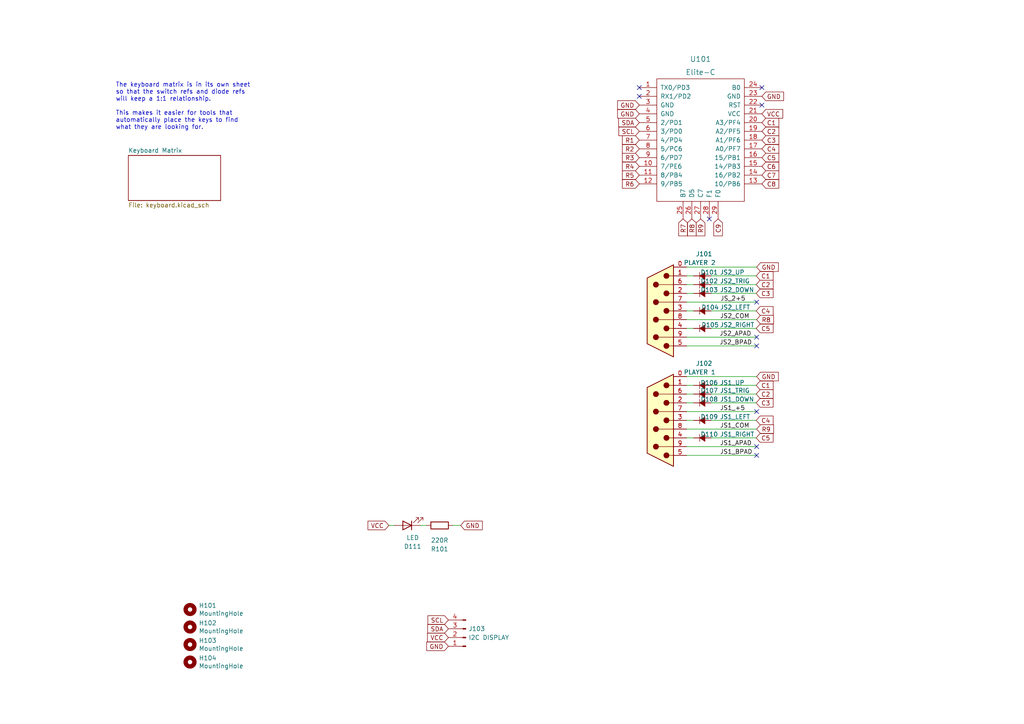
<source format=kicad_sch>
(kicad_sch (version 20211123) (generator eeschema)
  (paper "A4")
  (lib_symbols
    (symbol "Connector:Conn_01x04_Male" (pin_names (offset 1.016) hide)
      (property "Reference" "J" (at 0 5.08 0))
      (property "Value" "Conn_01x04_Male" (at 0 -7.62 0))
      (symbol "Conn_01x04_Male_1_1"
        (polyline (pts (xy 1.27 -5.08) (xy 0.8636 -5.08)) (stroke (width 0.1524)))
        (polyline (pts (xy 1.27 -2.54) (xy 0.8636 -2.54)) (stroke (width 0.1524)))
        (polyline (pts (xy 1.27 0) (xy 0.8636 0)) (stroke (width 0.1524)))
        (polyline (pts (xy 1.27 2.54) (xy 0.8636 2.54)) (stroke (width 0.1524)))
        (rectangle (start 0.8636 -4.953) (end 0 -5.207) (stroke (width 0.1524)) (fill (type outline)))
        (rectangle (start 0.8636 -2.413) (end 0 -2.667) (stroke (width 0.1524)) (fill (type outline)))
        (rectangle (start 0.8636 0.127) (end 0 -0.127) (stroke (width 0.1524)) (fill (type outline)))
        (rectangle (start 0.8636 2.667) (end 0 2.413) (stroke (width 0.1524)) (fill (type outline)))
        (pin passive line (at 5.08 2.54 180) (length 3.81) (name "Pin_1") (number "1"))
        (pin passive line (at 5.08 0 180) (length 3.81) (name "Pin_2") (number "2"))
        (pin passive line (at 5.08 -2.54 180) (length 3.81) (name "Pin_3") (number "3"))
        (pin passive line (at 5.08 -5.08 180) (length 3.81) (name "Pin_4") (number "4"))
      )
    )
    (symbol "Device:LED" (pin_numbers hide) (pin_names (offset 1.016) hide)
      (property "Reference" "D" (at 0 2.54 0))
      (property "Value" "LED" (at 0 -2.54 0))
      (symbol "LED_0_1"
        (polyline (pts (xy -1.27 -1.27) (xy -1.27 1.27)) (stroke (width 0.254)))
        (polyline (pts (xy -1.27 0) (xy 1.27 0)))
        (polyline (pts (xy 1.27 -1.27) (xy 1.27 1.27) (xy -1.27 0) (xy 1.27 -1.27)) (stroke (width 0.254)))
        (polyline (pts (xy -3.048 -0.762) (xy -4.572 -2.286) (xy -3.81 -2.286) (xy -4.572 -2.286) (xy -4.572 -1.524)))
        (polyline (pts (xy -1.778 -0.762) (xy -3.302 -2.286) (xy -2.54 -2.286) (xy -3.302 -2.286) (xy -3.302 -1.524)))
      )
      (symbol "LED_1_1"
        (pin passive line (at -3.81 0 0) (length 2.54) (name "K") (number "1"))
        (pin passive line (at 3.81 0 180) (length 2.54) (name "A") (number "2"))
      )
    )
    (symbol "Device:R" (pin_numbers hide) (pin_names (offset 0))
      (property "Reference" "R" (at 2.032 0 90))
      (property "Value" "R" (at 0 0 90))
      (symbol "R_0_1"
        (rectangle (start -1.016 -2.54) (end 1.016 2.54) (stroke (width 0.254)))
      )
      (symbol "R_1_1"
        (pin passive line (at 0 3.81 270) (length 1.27) (name "~") (number "1"))
        (pin passive line (at 0 -3.81 90) (length 1.27) (name "~") (number "2"))
      )
    )
    (symbol "Mechanical:MountingHole" (pin_names (offset 1.016))
      (property "Reference" "H" (at 0 5.08 0))
      (property "Value" "MountingHole" (at 0 3.175 0))
      (symbol "MountingHole_0_1"
        (circle (center 0 0) (radius 1.27) (stroke (width 1.27)))
      )
    )
    (symbol "atari-keyboard-rescue:D_Small_ALT-Device" (pin_numbers hide) (pin_names (offset 0.254) hide)
      (property "Reference" "D" (at -1.27 2.032 0))
      (property "Value" "D_Small_ALT-Device" (at -3.81 -2.032 0))
      (symbol "D_Small_ALT-Device_0_1"
        (polyline (pts (xy -0.762 -1.016) (xy -0.762 1.016)))
        (polyline (pts (xy -0.762 0) (xy 0.762 0)))
        (polyline (pts (xy 0.762 -1.016) (xy -0.762 0) (xy 0.762 1.016) (xy 0.762 -1.016)) (fill (type outline)))
      )
      (symbol "D_Small_ALT-Device_1_1"
        (pin passive line (at -2.54 0 0) (length 1.778) (name "K") (number "1"))
        (pin passive line (at 2.54 0 180) (length 1.778) (name "A") (number "2"))
      )
    )
    (symbol "jsconnector:DB9_Male" (pin_names (offset 1.016) hide)
      (property "Reference" "J" (at 0 13.97 0))
      (property "Value" "DB9_Male" (at 0 -14.605 0))
      (symbol "DB9_Male_0_1"
        (circle (center -1.778 -10.16) (radius 0.762) (fill (type outline)))
        (circle (center -1.778 -5.08) (radius 0.762) (fill (type outline)))
        (circle (center -1.778 0) (radius 0.762) (fill (type outline)))
        (circle (center -1.778 5.08) (radius 0.762) (fill (type outline)))
        (circle (center -1.778 10.16) (radius 0.762) (fill (type outline)))
        (polyline (pts (xy -3.81 -10.16) (xy -2.54 -10.16)))
        (polyline (pts (xy -3.81 -7.62) (xy 0.508 -7.62)))
        (polyline (pts (xy -3.81 -5.08) (xy -2.54 -5.08)))
        (polyline (pts (xy -3.81 -2.54) (xy 0.508 -2.54)))
        (polyline (pts (xy -3.81 0) (xy -2.54 0)))
        (polyline (pts (xy -3.81 2.54) (xy 0.508 2.54)))
        (polyline (pts (xy -3.81 5.08) (xy -2.54 5.08)))
        (polyline (pts (xy -3.81 7.62) (xy 0.508 7.62)))
        (polyline (pts (xy -3.81 10.16) (xy -2.54 10.16)))
        (polyline (pts (xy -3.81 -13.335) (xy -3.81 13.335) (xy 3.81 9.525) (xy 3.81 -9.525) (xy -3.81 -13.335)) (stroke (width 0.254)) (fill (type background)))
        (circle (center 1.27 -7.62) (radius 0.762) (fill (type outline)))
        (circle (center 1.27 -2.54) (radius 0.762) (fill (type outline)))
        (circle (center 1.27 2.54) (radius 0.762) (fill (type outline)))
        (circle (center 1.27 7.62) (radius 0.762) (fill (type outline)))
      )
      (symbol "DB9_Male_1_1"
        (pin passive line (at -7.62 -12.7 0) (length 3.81) (name "GND") (number "0"))
        (pin passive line (at -7.62 -10.16 0) (length 3.81) (name "1") (number "1"))
        (pin passive line (at -7.62 -5.08 0) (length 3.81) (name "2") (number "2"))
        (pin passive line (at -7.62 0 0) (length 3.81) (name "3") (number "3"))
        (pin passive line (at -7.62 5.08 0) (length 3.81) (name "4") (number "4"))
        (pin passive line (at -7.62 10.16 0) (length 3.81) (name "5") (number "5"))
        (pin passive line (at -7.62 -7.62 0) (length 3.81) (name "6") (number "6"))
        (pin passive line (at -7.62 -2.54 0) (length 3.81) (name "7") (number "7"))
        (pin passive line (at -7.62 2.54 0) (length 3.81) (name "8") (number "8"))
        (pin passive line (at -7.62 7.62 0) (length 3.81) (name "9") (number "9"))
      )
    )
    (symbol "keebio:Elite-C" (pin_names (offset 1.016))
      (property "Reference" "U" (at 0 0 0))
      (property "Value" "Elite-C" (at 0 2.54 0))
      (symbol "Elite-C_0_1"
        (rectangle (start 12.7 -19.05) (end -12.7 16.51))
      )
      (symbol "Elite-C_1_1"
        (pin input line (at -17.78 13.97 0) (length 5.08) (name "TX0/PD3") (number "1"))
        (pin input line (at -17.78 -8.89 0) (length 5.08) (name "7/PE6") (number "10"))
        (pin input line (at -17.78 -11.43 0) (length 5.08) (name "8/PB4") (number "11"))
        (pin input line (at -17.78 -13.97 0) (length 5.08) (name "9/PB5") (number "12"))
        (pin input line (at 17.78 -13.97 180) (length 5.08) (name "10/PB6") (number "13"))
        (pin input line (at 17.78 -11.43 180) (length 5.08) (name "16/PB2") (number "14"))
        (pin input line (at 17.78 -8.89 180) (length 5.08) (name "14/PB3") (number "15"))
        (pin input line (at 17.78 -6.35 180) (length 5.08) (name "15/PB1") (number "16"))
        (pin input line (at 17.78 -3.81 180) (length 5.08) (name "A0/PF7") (number "17"))
        (pin input line (at 17.78 -1.27 180) (length 5.08) (name "A1/PF6") (number "18"))
        (pin input line (at 17.78 1.27 180) (length 5.08) (name "A2/PF5") (number "19"))
        (pin input line (at -17.78 11.43 0) (length 5.08) (name "RX1/PD2") (number "2"))
        (pin input line (at 17.78 3.81 180) (length 5.08) (name "A3/PF4") (number "20"))
        (pin input line (at 17.78 6.35 180) (length 5.08) (name "VCC") (number "21"))
        (pin input line (at 17.78 8.89 180) (length 5.08) (name "RST") (number "22"))
        (pin input line (at 17.78 11.43 180) (length 5.08) (name "GND") (number "23"))
        (pin input line (at 17.78 13.97 180) (length 5.08) (name "B0") (number "24"))
        (pin input line (at -5.08 -24.13 90) (length 5.08) (name "B7") (number "25"))
        (pin input line (at -2.54 -24.13 90) (length 5.08) (name "D5") (number "26"))
        (pin input line (at 0 -24.13 90) (length 5.08) (name "C7") (number "27"))
        (pin input line (at 2.54 -24.13 90) (length 5.08) (name "F1") (number "28"))
        (pin input line (at 5.08 -24.13 90) (length 5.08) (name "F0") (number "29"))
        (pin input line (at -17.78 8.89 0) (length 5.08) (name "GND") (number "3"))
        (pin input line (at -17.78 6.35 0) (length 5.08) (name "GND") (number "4"))
        (pin input line (at -17.78 3.81 0) (length 5.08) (name "2/PD1") (number "5"))
        (pin input line (at -17.78 1.27 0) (length 5.08) (name "3/PD0") (number "6"))
        (pin input line (at -17.78 -1.27 0) (length 5.08) (name "4/PD4") (number "7"))
        (pin input line (at -17.78 -3.81 0) (length 5.08) (name "5/PC6") (number "8"))
        (pin input line (at -17.78 -6.35 0) (length 5.08) (name "6/PD7") (number "9"))
      )
    )
  )
  (no_connect (at 219.456 132.08))
  (no_connect (at 219.456 129.54))
  (no_connect (at 205.74 63.5))
  (no_connect (at 220.98 30.48))
  (no_connect (at 220.98 25.4))
  (no_connect (at 185.42 25.4))
  (no_connect (at 185.42 27.94))
  (no_connect (at 219.456 119.38))
  (no_connect (at 219.456 100.33))
  (no_connect (at 219.456 97.79))
  (no_connect (at 219.456 87.63))
  (wire (pts (xy 206.248 114.3) (xy 219.329 114.3)))
  (wire (pts (xy 199.136 111.76) (xy 201.168 111.76)))
  (wire (pts (xy 199.136 100.33) (xy 219.456 100.33)))
  (wire (pts (xy 206.248 121.92) (xy 219.329 121.92)))
  (wire (pts (xy 199.136 85.09) (xy 201.168 85.09)))
  (wire (pts (xy 199.136 90.17) (xy 201.168 90.17)))
  (wire (pts (xy 199.136 116.84) (xy 201.168 116.84)))
  (wire (pts (xy 206.248 111.76) (xy 219.329 111.76)))
  (wire (pts (xy 199.136 97.79) (xy 219.456 97.79)))
  (wire (pts (xy 199.136 92.71) (xy 219.456 92.71)))
  (wire (pts (xy 199.136 80.01) (xy 201.168 80.01)))
  (wire (pts (xy 199.136 132.08) (xy 219.456 132.08)))
  (wire (pts (xy 114.3 152.4) (xy 112.776 152.4)))
  (wire (pts (xy 199.136 87.63) (xy 219.456 87.63)))
  (wire (pts (xy 206.248 85.09) (xy 219.329 85.09)))
  (wire (pts (xy 206.248 80.01) (xy 219.329 80.01)))
  (wire (pts (xy 199.136 127) (xy 201.168 127)))
  (wire (pts (xy 199.136 124.46) (xy 219.456 124.46)))
  (wire (pts (xy 206.248 90.17) (xy 219.329 90.17)))
  (wire (pts (xy 199.136 82.55) (xy 201.168 82.55)))
  (wire (pts (xy 199.136 77.47) (xy 219.456 77.47)))
  (wire (pts (xy 199.136 121.92) (xy 201.168 121.92)))
  (wire (pts (xy 199.136 95.25) (xy 201.168 95.25)))
  (wire (pts (xy 206.248 82.55) (xy 219.329 82.55)))
  (wire (pts (xy 199.136 129.54) (xy 219.456 129.54)))
  (wire (pts (xy 199.136 109.22) (xy 219.456 109.22)))
  (wire (pts (xy 123.698 152.4) (xy 121.92 152.4)))
  (wire (pts (xy 206.248 95.25) (xy 219.329 95.25)))
  (wire (pts (xy 199.136 119.38) (xy 219.456 119.38)))
  (wire (pts (xy 133.604 152.4) (xy 131.318 152.4)))
  (wire (pts (xy 199.136 114.3) (xy 201.168 114.3)))
  (wire (pts (xy 206.248 116.84) (xy 219.329 116.84)))
  (wire (pts (xy 206.248 127) (xy 219.329 127)))
  (text "The keyboard matrix is in its own sheet\nso that the switch refs and diode refs\nwill keep a 1:1 relationship.\n\nThis makes it easier for tools that\nautomatically place the keys to find \nwhat they are looking for." (at 33.528 37.719 0) (effects (font (size 1.27 1.27)) (justify left bottom)))
  (label "JS1_APAD" (at 208.788 129.54 0))
  (label "JS2_APAD" (at 208.661 97.79 0))
  (label "JS2_BPAD" (at 208.661 100.33 0))
  (label "JS1_COM" (at 208.788 124.46 0))
  (label "JS_2+5" (at 208.915 87.63 0))
  (label "JS2_COM" (at 208.788 92.71 0))
  (label "JS1_+5" (at 208.788 119.38 0))
  (label "JS1_BPAD" (at 208.788 132.08 0))
  (global_label "R5" (shape input) (at 185.42 50.8 180) (property "Intersheet References" "${INTERSHEET_REFS}" (effects hide)))
  (global_label "C3" (shape input) (at 219.329 85.09 0) (property "Intersheet References" "${INTERSHEET_REFS}" (effects hide)))
  (global_label "R8" (shape input) (at 219.456 92.71 0) (property "Intersheet References" "${INTERSHEET_REFS}" (effects hide)))
  (global_label "GND" (shape input) (at 185.42 30.48 180) (property "Intersheet References" "${INTERSHEET_REFS}" (effects hide)))
  (global_label "C3" (shape input) (at 219.329 116.84 0) (property "Intersheet References" "${INTERSHEET_REFS}" (effects hide)))
  (global_label "GND" (shape input) (at 130.048 187.452 180) (property "Intersheet References" "${INTERSHEET_REFS}" (effects hide)))
  (global_label "SCL" (shape input) (at 130.048 179.832 180) (property "Intersheet References" "${INTERSHEET_REFS}" (effects hide)))
  (global_label "C9" (shape input) (at 208.28 63.5 270) (property "Intersheet References" "${INTERSHEET_REFS}" (effects hide)))
  (global_label "VCC" (shape input) (at 220.98 33.02 0) (property "Intersheet References" "${INTERSHEET_REFS}" (effects hide)))
  (global_label "R1" (shape input) (at 185.42 40.64 180) (property "Intersheet References" "${INTERSHEET_REFS}" (effects hide)))
  (global_label "R9" (shape input) (at 203.2 63.5 270) (property "Intersheet References" "${INTERSHEET_REFS}" (effects hide)))
  (global_label "C4" (shape input) (at 220.98 43.18 0) (property "Intersheet References" "${INTERSHEET_REFS}" (effects hide)))
  (global_label "R4" (shape input) (at 185.42 48.26 180) (property "Intersheet References" "${INTERSHEET_REFS}" (effects hide)))
  (global_label "C5" (shape input) (at 219.329 95.25 0) (property "Intersheet References" "${INTERSHEET_REFS}" (effects hide)))
  (global_label "SDA" (shape input) (at 185.42 35.56 180) (property "Intersheet References" "${INTERSHEET_REFS}" (effects hide)))
  (global_label "R9" (shape input) (at 219.456 124.46 0) (property "Intersheet References" "${INTERSHEET_REFS}" (effects hide)))
  (global_label "C6" (shape input) (at 220.98 48.26 0) (property "Intersheet References" "${INTERSHEET_REFS}" (effects hide)))
  (global_label "C4" (shape input) (at 219.329 90.17 0) (property "Intersheet References" "${INTERSHEET_REFS}" (effects hide)))
  (global_label "GND" (shape input) (at 219.456 109.22 0) (property "Intersheet References" "${INTERSHEET_REFS}" (effects hide)))
  (global_label "SCL" (shape input) (at 185.42 38.1 180) (property "Intersheet References" "${INTERSHEET_REFS}" (effects hide)))
  (global_label "R7" (shape input) (at 198.12 63.5 270) (property "Intersheet References" "${INTERSHEET_REFS}" (effects hide)))
  (global_label "C2" (shape input) (at 219.329 82.55 0) (property "Intersheet References" "${INTERSHEET_REFS}" (effects hide)))
  (global_label "C7" (shape input) (at 220.98 50.8 0) (property "Intersheet References" "${INTERSHEET_REFS}" (effects hide)))
  (global_label "C1" (shape input) (at 219.329 80.01 0) (property "Intersheet References" "${INTERSHEET_REFS}" (effects hide)))
  (global_label "R6" (shape input) (at 185.42 53.34 180) (property "Intersheet References" "${INTERSHEET_REFS}" (effects hide)))
  (global_label "C2" (shape input) (at 220.98 38.1 0) (property "Intersheet References" "${INTERSHEET_REFS}" (effects hide)))
  (global_label "R3" (shape input) (at 185.42 45.72 180) (property "Intersheet References" "${INTERSHEET_REFS}" (effects hide)))
  (global_label "R8" (shape input) (at 200.66 63.5 270) (property "Intersheet References" "${INTERSHEET_REFS}" (effects hide)))
  (global_label "VCC" (shape input) (at 130.048 184.912 180) (property "Intersheet References" "${INTERSHEET_REFS}" (effects hide)))
  (global_label "R2" (shape input) (at 185.42 43.18 180) (property "Intersheet References" "${INTERSHEET_REFS}" (effects hide)))
  (global_label "C3" (shape input) (at 220.98 40.64 0) (property "Intersheet References" "${INTERSHEET_REFS}" (effects hide)))
  (global_label "C1" (shape input) (at 220.98 35.56 0) (property "Intersheet References" "${INTERSHEET_REFS}" (effects hide)))
  (global_label "C5" (shape input) (at 219.329 127 0) (property "Intersheet References" "${INTERSHEET_REFS}" (effects hide)))
  (global_label "GND" (shape input) (at 185.42 33.02 180) (property "Intersheet References" "${INTERSHEET_REFS}" (effects hide)))
  (global_label "SDA" (shape input) (at 130.048 182.372 180) (property "Intersheet References" "${INTERSHEET_REFS}" (effects hide)))
  (global_label "C1" (shape input) (at 219.329 111.76 0) (property "Intersheet References" "${INTERSHEET_REFS}" (effects hide)))
  (global_label "C2" (shape input) (at 219.329 114.3 0) (property "Intersheet References" "${INTERSHEET_REFS}" (effects hide)))
  (global_label "GND" (shape input) (at 220.98 27.94 0) (property "Intersheet References" "${INTERSHEET_REFS}" (effects hide)))
  (global_label "C4" (shape input) (at 219.329 121.92 0) (property "Intersheet References" "${INTERSHEET_REFS}" (effects hide)))
  (global_label "C5" (shape input) (at 220.98 45.72 0) (property "Intersheet References" "${INTERSHEET_REFS}" (effects hide)))
  (global_label "GND" (shape input) (at 219.456 77.47 0) (property "Intersheet References" "${INTERSHEET_REFS}" (effects hide)))
  (global_label "GND" (shape input) (at 133.604 152.4 0) (property "Intersheet References" "${INTERSHEET_REFS}" (effects hide)))
  (global_label "VCC" (shape input) (at 112.776 152.4 180) (property "Intersheet References" "${INTERSHEET_REFS}" (effects hide)))
  (global_label "C8" (shape input) (at 220.98 53.34 0) (property "Intersheet References" "${INTERSHEET_REFS}" (effects hide)))
  (symbol (lib_id "Mechanical:MountingHole") (at 55.118 176.784 0) (unit 1)
    (property "Reference" "H101" (at 57.658 175.6156 0) (effects (justify left)))
    (property "Value" "MountingHole" (at 57.658 177.927 0) (effects (justify left)))
    (property "Footprint" "MountingHole:MountingHole_3.2mm_M3" (effects hide))
  )
  (symbol (lib_id "Mechanical:MountingHole") (at 55.118 181.864 0) (unit 1)
    (property "Reference" "H102" (at 57.658 180.6956 0) (effects (justify left)))
    (property "Value" "MountingHole" (at 57.658 183.007 0) (effects (justify left)))
    (property "Footprint" "MountingHole:MountingHole_3.2mm_M3" (effects hide))
  )
  (symbol (lib_id "Mechanical:MountingHole") (at 55.118 186.944 0) (unit 1)
    (property "Reference" "H103" (at 57.658 185.7756 0) (effects (justify left)))
    (property "Value" "MountingHole" (at 57.658 188.087 0) (effects (justify left)))
    (property "Footprint" "MountingHole:MountingHole_3.2mm_M3" (effects hide))
  )
  (symbol (lib_id "Mechanical:MountingHole") (at 55.118 192.024 0) (unit 1)
    (property "Reference" "H104" (at 57.658 190.8556 0) (effects (justify left)))
    (property "Value" "MountingHole" (at 57.658 193.167 0) (effects (justify left)))
    (property "Footprint" "MountingHole:MountingHole_3.2mm_M3" (effects hide))
  )
  (symbol (lib_id "jsconnector:DB9_Male") (at 191.516 121.92 180) (unit 1)
    (property "Reference" "J102" (at 204.216 105.41 0))
    (property "Value" "PLAYER 1" (at 202.946 107.95 0))
    (property "Footprint" "Connector_Dsub:DSUB-9_Male_Horizontal_P2.77x2.84mm_EdgePinOffset9.90mm_Housed_MountingHolesOffset11.32mm" (effects hide))
    (property "Datasheet" " ~" (effects hide))
  )
  (symbol (lib_id "atari-keyboard-rescue:D_Small_ALT-Device") (at 203.708 80.01 0) (unit 1)
    (property "Reference" "D101" (at 208.28 78.994 0) (effects (justify right)))
    (property "Value" "JS2_UP" (at 208.788 78.994 0) (effects (justify left)))
    (property "Footprint" "keebio:Diode-dual" (effects hide))
  )
  (symbol (lib_id "atari-keyboard-rescue:D_Small_ALT-Device") (at 203.708 114.3 0) (unit 1)
    (property "Reference" "D107" (at 208.28 113.284 0) (effects (justify right)))
    (property "Value" "JS1_TRIG" (at 208.788 113.284 0) (effects (justify left)))
    (property "Footprint" "retro-kbd:Diode-dual" (effects hide))
  )
  (symbol (lib_id "atari-keyboard-rescue:D_Small_ALT-Device") (at 203.708 116.84 0) (unit 1)
    (property "Reference" "D108" (at 208.28 115.824 0) (effects (justify right)))
    (property "Value" "JS1_DOWN" (at 208.788 115.824 0) (effects (justify left)))
    (property "Footprint" "retro-kbd:Diode-dual" (effects hide))
  )
  (symbol (lib_id "atari-keyboard-rescue:D_Small_ALT-Device") (at 203.708 121.92 0) (unit 1)
    (property "Reference" "D109" (at 208.28 120.904 0) (effects (justify right)))
    (property "Value" "JS1_LEFT" (at 208.788 120.904 0) (effects (justify left)))
    (property "Footprint" "retro-kbd:Diode-dual" (effects hide))
  )
  (symbol (lib_id "atari-keyboard-rescue:D_Small_ALT-Device") (at 203.708 127 0) (unit 1)
    (property "Reference" "D110" (at 208.28 125.984 0) (effects (justify right)))
    (property "Value" "JS1_RIGHT" (at 208.788 125.984 0) (effects (justify left)))
    (property "Footprint" "retro-kbd:Diode-dual" (effects hide))
  )
  (symbol (lib_id "jsconnector:DB9_Male") (at 191.516 90.17 180) (unit 1)
    (property "Reference" "J101" (at 204.216 73.66 0))
    (property "Value" "PLAYER 2" (at 202.946 76.2 0))
    (property "Footprint" "Connector_Dsub:DSUB-9_Male_Horizontal_P2.77x2.84mm_EdgePinOffset9.90mm_Housed_MountingHolesOffset11.32mm" (effects hide))
    (property "Datasheet" " ~" (effects hide))
  )
  (symbol (lib_id "atari-keyboard-rescue:D_Small_ALT-Device") (at 203.708 111.76 0) (unit 1)
    (property "Reference" "D106" (at 208.28 110.998 0) (effects (justify right)))
    (property "Value" "JS1_UP" (at 208.788 110.998 0) (effects (justify left)))
    (property "Footprint" "retro-kbd:Diode-dual" (effects hide))
  )
  (symbol (lib_id "atari-keyboard-rescue:D_Small_ALT-Device") (at 203.708 82.55 0) (unit 1)
    (property "Reference" "D102" (at 208.28 81.534 0) (effects (justify right)))
    (property "Value" "JS2_TRIG" (at 208.788 81.534 0) (effects (justify left)))
    (property "Footprint" "retro-kbd:Diode-dual" (effects hide))
  )
  (symbol (lib_id "atari-keyboard-rescue:D_Small_ALT-Device") (at 203.708 85.09 0) (unit 1)
    (property "Reference" "D103" (at 208.28 84.074 0) (effects (justify right)))
    (property "Value" "JS2_DOWN" (at 208.788 84.074 0) (effects (justify left)))
    (property "Footprint" "retro-kbd:Diode-dual" (effects hide))
  )
  (symbol (lib_id "atari-keyboard-rescue:D_Small_ALT-Device") (at 203.708 90.17 0) (unit 1)
    (property "Reference" "D104" (at 208.534 89.154 0) (effects (justify right)))
    (property "Value" "JS2_LEFT" (at 208.788 89.154 0) (effects (justify left)))
    (property "Footprint" "retro-kbd:Diode-dual" (effects hide))
  )
  (symbol (lib_id "atari-keyboard-rescue:D_Small_ALT-Device") (at 203.708 95.25 0) (unit 1)
    (property "Reference" "D105" (at 208.534 94.234 0) (effects (justify right)))
    (property "Value" "JS2_RIGHT" (at 208.788 94.234 0) (effects (justify left)))
    (property "Footprint" "retro-kbd:Diode-dual" (effects hide))
  )
  (symbol (lib_id "Device:LED") (at 118.11 152.4 180) (unit 1)
    (property "Reference" "D111" (at 119.6975 158.496 0))
    (property "Value" "LED" (at 119.6975 155.956 0))
    (property "Footprint" "LED_THT:LED_D3.0mm" (effects hide))
  )
  (symbol (lib_id "Device:R") (at 127.508 152.4 270) (unit 1)
    (property "Reference" "R101" (at 127.508 159.258 90))
    (property "Value" "220R" (at 127.508 156.718 90))
    (property "Footprint" "keebio:Resistor-Hybrid" (effects hide))
  )
  (symbol (lib_id "keebio:Elite-C") (at 203.2 39.37 0) (unit 1)
    (property "Reference" "U101" (at 203.2 17.145 0) (effects (font (size 1.524 1.524))))
    (property "Value" "Elite-C" (at 203.2 20.955 0) (effects (font (size 1.524 1.524))))
    (property "Footprint" "keebio:Elite-C-castellated-29pin-holes" (effects hide))
  )
  (symbol (lib_id "Connector:Conn_01x04_Male") (at 135.128 184.912 180) (unit 1)
    (property "Reference" "J103" (at 135.89 182.3719 0) (effects (justify right)))
    (property "Value" "I2C DISPLAY" (at 135.89 184.9119 0) (effects (justify right)))
    (property "Footprint" "Connector_PinHeader_2.54mm:PinHeader_1x04_P2.54mm_Horizontal" (effects hide))
  )
  (sheet (at 37.211 45.085) (size 26.797 13.081) (stroke (width 0.1524))
    (property "Sheet name" "Keyboard Matrix" (at 37.211 44.3734 0) (effects (justify left bottom)))
    (property "Sheet file" "keyboard.kicad_sch" (at 37.211 58.7506 0) (effects (justify left top)))
  )
)
</source>
